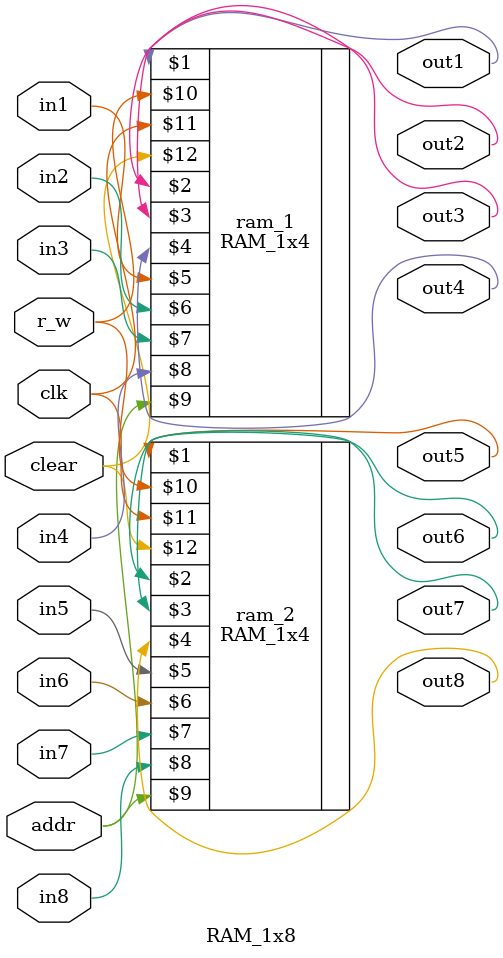
<source format=v>
/*
    -identificação: 

RAM_1x8 - 24 / 10 / 2024

Nome: Davi Cândido de Almeida
Matricula: 857859
Código de Pessoa: 1527368

*/

`include "RAM_1x4.v"

module RAM_1x8 (
    output out1, out2, out3, out4, out5, out6, out7, out8,   // Saida 8 bits
    input in1, in2, in3, in4, in5, in6, in7, in8,           // Entradas 8 bits
    input addr, r_w, clk,                                  // Endereço, Leitura/Escrita, e Clock
    input clear                                           // Limpeza
);

wire ram1, ram2;

RAM_1x4 ram_1(out1, out2, out3, out4, in1, in2, in3, in4, addr, r_w, clk, clear);

RAM_1x4 ram_2(out5, out6, out7, out8, in5, in6, in7, in8, addr, r_w, clk, clear);

endmodule
</source>
